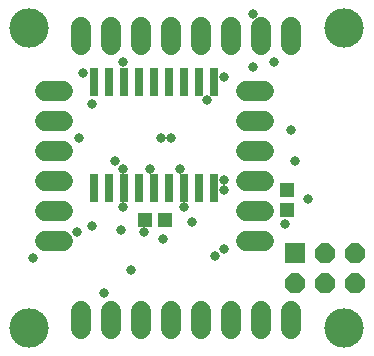
<source format=gbs>
G75*
%MOIN*%
%OFA0B0*%
%FSLAX24Y24*%
%IPPOS*%
%LPD*%
%AMOC8*
5,1,8,0,0,1.08239X$1,22.5*
%
%ADD10C,0.1310*%
%ADD11R,0.0296X0.0926*%
%ADD12R,0.0493X0.0454*%
%ADD13OC8,0.0660*%
%ADD14R,0.0660X0.0660*%
%ADD15C,0.0660*%
%ADD16C,0.0651*%
%ADD17C,0.0330*%
D10*
X001284Y001450D03*
X001284Y011450D03*
X011784Y011450D03*
X011784Y001450D03*
D11*
X007471Y006099D03*
X006971Y006099D03*
X006471Y006099D03*
X005971Y006099D03*
X005471Y006099D03*
X004971Y006099D03*
X004471Y006099D03*
X003971Y006099D03*
X003471Y006099D03*
X003471Y009646D03*
X003971Y009646D03*
X004471Y009646D03*
X004971Y009646D03*
X005471Y009646D03*
X005971Y009646D03*
X006471Y009646D03*
X006971Y009646D03*
X007471Y009646D03*
D12*
X009882Y006034D03*
X009882Y005365D03*
X005842Y005033D03*
X005173Y005033D03*
D13*
X010154Y002940D03*
X011154Y002940D03*
X012154Y002940D03*
X012154Y003940D03*
X011154Y003940D03*
D14*
X010154Y003940D03*
D15*
X009134Y004340D02*
X008534Y004340D01*
X008534Y005340D02*
X009134Y005340D01*
X009134Y006340D02*
X008534Y006340D01*
X008534Y007340D02*
X009134Y007340D01*
X009134Y008340D02*
X008534Y008340D01*
X008534Y009340D02*
X009134Y009340D01*
X002434Y009340D02*
X001834Y009340D01*
X001834Y008340D02*
X002434Y008340D01*
X002434Y007340D02*
X001834Y007340D01*
X001834Y006340D02*
X002434Y006340D01*
X002434Y005340D02*
X001834Y005340D01*
X001834Y004340D02*
X002434Y004340D01*
D16*
X003034Y002015D02*
X003034Y001425D01*
X004034Y001425D02*
X004034Y002015D01*
X005034Y002015D02*
X005034Y001425D01*
X006034Y001425D02*
X006034Y002015D01*
X007034Y002015D02*
X007034Y001425D01*
X008034Y001425D02*
X008034Y002015D01*
X009034Y002015D02*
X009034Y001425D01*
X010034Y001425D02*
X010034Y002015D01*
X010034Y010875D02*
X010034Y011465D01*
X009034Y011465D02*
X009034Y010875D01*
X008034Y010875D02*
X008034Y011465D01*
X007034Y011465D02*
X007034Y010875D01*
X006034Y010875D02*
X006034Y011465D01*
X005034Y011465D02*
X005034Y010875D01*
X004034Y010875D02*
X004034Y011465D01*
X003034Y011465D02*
X003034Y010875D01*
D17*
X003104Y009950D03*
X003384Y008900D03*
X002964Y007780D03*
X004154Y007010D03*
X004434Y006730D03*
X005344Y006730D03*
X006324Y006730D03*
X006044Y007780D03*
X005694Y007780D03*
X007234Y009040D03*
X007794Y009810D03*
X008774Y010160D03*
X009474Y010300D03*
X008774Y011910D03*
X010034Y008060D03*
X010174Y007010D03*
X010594Y005750D03*
X009824Y004910D03*
X007794Y004070D03*
X007514Y003860D03*
X006744Y004980D03*
X006464Y005470D03*
X005764Y004420D03*
X005134Y004630D03*
X004364Y004700D03*
X004434Y005470D03*
X003384Y004840D03*
X002894Y004630D03*
X001424Y003790D03*
X003804Y002600D03*
X004714Y003370D03*
X007794Y006030D03*
X007794Y006380D03*
X004434Y010300D03*
M02*

</source>
